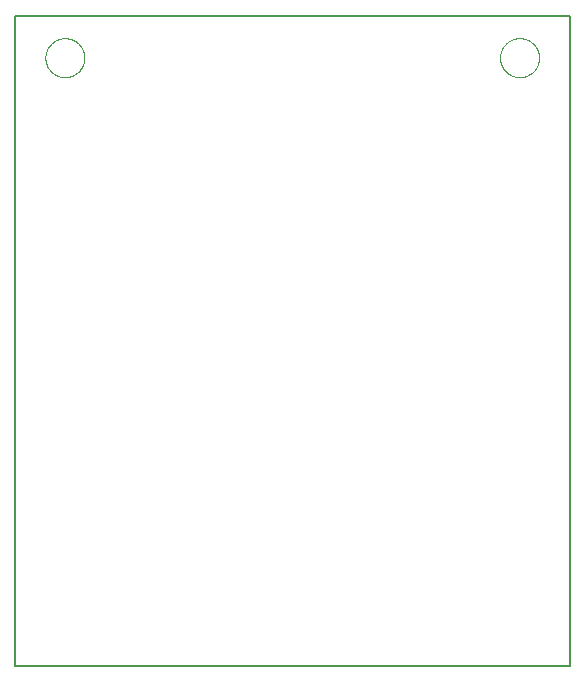
<source format=gko>
G75*
%MOIN*%
%OFA0B0*%
%FSLAX25Y25*%
%IPPOS*%
%LPD*%
%AMOC8*
5,1,8,0,0,1.08239X$1,22.5*
%
%ADD10C,0.00500*%
%ADD11C,0.00000*%
D10*
X0048285Y0052602D02*
X0048285Y0269137D01*
X0233324Y0269137D01*
X0233324Y0052602D01*
X0048285Y0052602D01*
D11*
X0058521Y0255358D02*
X0058523Y0255519D01*
X0058529Y0255679D01*
X0058539Y0255840D01*
X0058553Y0256000D01*
X0058571Y0256159D01*
X0058592Y0256319D01*
X0058618Y0256477D01*
X0058648Y0256635D01*
X0058681Y0256792D01*
X0058719Y0256949D01*
X0058760Y0257104D01*
X0058805Y0257258D01*
X0058854Y0257411D01*
X0058907Y0257563D01*
X0058963Y0257713D01*
X0059023Y0257862D01*
X0059087Y0258010D01*
X0059154Y0258156D01*
X0059225Y0258300D01*
X0059300Y0258442D01*
X0059378Y0258583D01*
X0059459Y0258721D01*
X0059544Y0258858D01*
X0059633Y0258992D01*
X0059724Y0259124D01*
X0059819Y0259254D01*
X0059917Y0259381D01*
X0060018Y0259506D01*
X0060122Y0259629D01*
X0060229Y0259748D01*
X0060339Y0259865D01*
X0060452Y0259980D01*
X0060568Y0260091D01*
X0060686Y0260200D01*
X0060807Y0260305D01*
X0060931Y0260408D01*
X0061057Y0260508D01*
X0061186Y0260604D01*
X0061317Y0260697D01*
X0061450Y0260787D01*
X0061585Y0260874D01*
X0061723Y0260957D01*
X0061862Y0261036D01*
X0062004Y0261113D01*
X0062147Y0261186D01*
X0062292Y0261255D01*
X0062439Y0261320D01*
X0062587Y0261382D01*
X0062737Y0261441D01*
X0062888Y0261495D01*
X0063040Y0261546D01*
X0063194Y0261593D01*
X0063349Y0261636D01*
X0063504Y0261675D01*
X0063661Y0261711D01*
X0063819Y0261743D01*
X0063977Y0261770D01*
X0064136Y0261794D01*
X0064295Y0261814D01*
X0064455Y0261830D01*
X0064616Y0261842D01*
X0064776Y0261850D01*
X0064937Y0261854D01*
X0065097Y0261854D01*
X0065258Y0261850D01*
X0065418Y0261842D01*
X0065579Y0261830D01*
X0065739Y0261814D01*
X0065898Y0261794D01*
X0066057Y0261770D01*
X0066215Y0261743D01*
X0066373Y0261711D01*
X0066530Y0261675D01*
X0066685Y0261636D01*
X0066840Y0261593D01*
X0066994Y0261546D01*
X0067146Y0261495D01*
X0067297Y0261441D01*
X0067447Y0261382D01*
X0067595Y0261320D01*
X0067742Y0261255D01*
X0067887Y0261186D01*
X0068030Y0261113D01*
X0068172Y0261036D01*
X0068311Y0260957D01*
X0068449Y0260874D01*
X0068584Y0260787D01*
X0068717Y0260697D01*
X0068848Y0260604D01*
X0068977Y0260508D01*
X0069103Y0260408D01*
X0069227Y0260305D01*
X0069348Y0260200D01*
X0069466Y0260091D01*
X0069582Y0259980D01*
X0069695Y0259865D01*
X0069805Y0259748D01*
X0069912Y0259629D01*
X0070016Y0259506D01*
X0070117Y0259381D01*
X0070215Y0259254D01*
X0070310Y0259124D01*
X0070401Y0258992D01*
X0070490Y0258858D01*
X0070575Y0258721D01*
X0070656Y0258583D01*
X0070734Y0258442D01*
X0070809Y0258300D01*
X0070880Y0258156D01*
X0070947Y0258010D01*
X0071011Y0257862D01*
X0071071Y0257713D01*
X0071127Y0257563D01*
X0071180Y0257411D01*
X0071229Y0257258D01*
X0071274Y0257104D01*
X0071315Y0256949D01*
X0071353Y0256792D01*
X0071386Y0256635D01*
X0071416Y0256477D01*
X0071442Y0256319D01*
X0071463Y0256159D01*
X0071481Y0256000D01*
X0071495Y0255840D01*
X0071505Y0255679D01*
X0071511Y0255519D01*
X0071513Y0255358D01*
X0071511Y0255197D01*
X0071505Y0255037D01*
X0071495Y0254876D01*
X0071481Y0254716D01*
X0071463Y0254557D01*
X0071442Y0254397D01*
X0071416Y0254239D01*
X0071386Y0254081D01*
X0071353Y0253924D01*
X0071315Y0253767D01*
X0071274Y0253612D01*
X0071229Y0253458D01*
X0071180Y0253305D01*
X0071127Y0253153D01*
X0071071Y0253003D01*
X0071011Y0252854D01*
X0070947Y0252706D01*
X0070880Y0252560D01*
X0070809Y0252416D01*
X0070734Y0252274D01*
X0070656Y0252133D01*
X0070575Y0251995D01*
X0070490Y0251858D01*
X0070401Y0251724D01*
X0070310Y0251592D01*
X0070215Y0251462D01*
X0070117Y0251335D01*
X0070016Y0251210D01*
X0069912Y0251087D01*
X0069805Y0250968D01*
X0069695Y0250851D01*
X0069582Y0250736D01*
X0069466Y0250625D01*
X0069348Y0250516D01*
X0069227Y0250411D01*
X0069103Y0250308D01*
X0068977Y0250208D01*
X0068848Y0250112D01*
X0068717Y0250019D01*
X0068584Y0249929D01*
X0068449Y0249842D01*
X0068311Y0249759D01*
X0068172Y0249680D01*
X0068030Y0249603D01*
X0067887Y0249530D01*
X0067742Y0249461D01*
X0067595Y0249396D01*
X0067447Y0249334D01*
X0067297Y0249275D01*
X0067146Y0249221D01*
X0066994Y0249170D01*
X0066840Y0249123D01*
X0066685Y0249080D01*
X0066530Y0249041D01*
X0066373Y0249005D01*
X0066215Y0248973D01*
X0066057Y0248946D01*
X0065898Y0248922D01*
X0065739Y0248902D01*
X0065579Y0248886D01*
X0065418Y0248874D01*
X0065258Y0248866D01*
X0065097Y0248862D01*
X0064937Y0248862D01*
X0064776Y0248866D01*
X0064616Y0248874D01*
X0064455Y0248886D01*
X0064295Y0248902D01*
X0064136Y0248922D01*
X0063977Y0248946D01*
X0063819Y0248973D01*
X0063661Y0249005D01*
X0063504Y0249041D01*
X0063349Y0249080D01*
X0063194Y0249123D01*
X0063040Y0249170D01*
X0062888Y0249221D01*
X0062737Y0249275D01*
X0062587Y0249334D01*
X0062439Y0249396D01*
X0062292Y0249461D01*
X0062147Y0249530D01*
X0062004Y0249603D01*
X0061862Y0249680D01*
X0061723Y0249759D01*
X0061585Y0249842D01*
X0061450Y0249929D01*
X0061317Y0250019D01*
X0061186Y0250112D01*
X0061057Y0250208D01*
X0060931Y0250308D01*
X0060807Y0250411D01*
X0060686Y0250516D01*
X0060568Y0250625D01*
X0060452Y0250736D01*
X0060339Y0250851D01*
X0060229Y0250968D01*
X0060122Y0251087D01*
X0060018Y0251210D01*
X0059917Y0251335D01*
X0059819Y0251462D01*
X0059724Y0251592D01*
X0059633Y0251724D01*
X0059544Y0251858D01*
X0059459Y0251995D01*
X0059378Y0252133D01*
X0059300Y0252274D01*
X0059225Y0252416D01*
X0059154Y0252560D01*
X0059087Y0252706D01*
X0059023Y0252854D01*
X0058963Y0253003D01*
X0058907Y0253153D01*
X0058854Y0253305D01*
X0058805Y0253458D01*
X0058760Y0253612D01*
X0058719Y0253767D01*
X0058681Y0253924D01*
X0058648Y0254081D01*
X0058618Y0254239D01*
X0058592Y0254397D01*
X0058571Y0254557D01*
X0058553Y0254716D01*
X0058539Y0254876D01*
X0058529Y0255037D01*
X0058523Y0255197D01*
X0058521Y0255358D01*
X0210096Y0255358D02*
X0210098Y0255519D01*
X0210104Y0255679D01*
X0210114Y0255840D01*
X0210128Y0256000D01*
X0210146Y0256159D01*
X0210167Y0256319D01*
X0210193Y0256477D01*
X0210223Y0256635D01*
X0210256Y0256792D01*
X0210294Y0256949D01*
X0210335Y0257104D01*
X0210380Y0257258D01*
X0210429Y0257411D01*
X0210482Y0257563D01*
X0210538Y0257713D01*
X0210598Y0257862D01*
X0210662Y0258010D01*
X0210729Y0258156D01*
X0210800Y0258300D01*
X0210875Y0258442D01*
X0210953Y0258583D01*
X0211034Y0258721D01*
X0211119Y0258858D01*
X0211208Y0258992D01*
X0211299Y0259124D01*
X0211394Y0259254D01*
X0211492Y0259381D01*
X0211593Y0259506D01*
X0211697Y0259629D01*
X0211804Y0259748D01*
X0211914Y0259865D01*
X0212027Y0259980D01*
X0212143Y0260091D01*
X0212261Y0260200D01*
X0212382Y0260305D01*
X0212506Y0260408D01*
X0212632Y0260508D01*
X0212761Y0260604D01*
X0212892Y0260697D01*
X0213025Y0260787D01*
X0213160Y0260874D01*
X0213298Y0260957D01*
X0213437Y0261036D01*
X0213579Y0261113D01*
X0213722Y0261186D01*
X0213867Y0261255D01*
X0214014Y0261320D01*
X0214162Y0261382D01*
X0214312Y0261441D01*
X0214463Y0261495D01*
X0214615Y0261546D01*
X0214769Y0261593D01*
X0214924Y0261636D01*
X0215079Y0261675D01*
X0215236Y0261711D01*
X0215394Y0261743D01*
X0215552Y0261770D01*
X0215711Y0261794D01*
X0215870Y0261814D01*
X0216030Y0261830D01*
X0216191Y0261842D01*
X0216351Y0261850D01*
X0216512Y0261854D01*
X0216672Y0261854D01*
X0216833Y0261850D01*
X0216993Y0261842D01*
X0217154Y0261830D01*
X0217314Y0261814D01*
X0217473Y0261794D01*
X0217632Y0261770D01*
X0217790Y0261743D01*
X0217948Y0261711D01*
X0218105Y0261675D01*
X0218260Y0261636D01*
X0218415Y0261593D01*
X0218569Y0261546D01*
X0218721Y0261495D01*
X0218872Y0261441D01*
X0219022Y0261382D01*
X0219170Y0261320D01*
X0219317Y0261255D01*
X0219462Y0261186D01*
X0219605Y0261113D01*
X0219747Y0261036D01*
X0219886Y0260957D01*
X0220024Y0260874D01*
X0220159Y0260787D01*
X0220292Y0260697D01*
X0220423Y0260604D01*
X0220552Y0260508D01*
X0220678Y0260408D01*
X0220802Y0260305D01*
X0220923Y0260200D01*
X0221041Y0260091D01*
X0221157Y0259980D01*
X0221270Y0259865D01*
X0221380Y0259748D01*
X0221487Y0259629D01*
X0221591Y0259506D01*
X0221692Y0259381D01*
X0221790Y0259254D01*
X0221885Y0259124D01*
X0221976Y0258992D01*
X0222065Y0258858D01*
X0222150Y0258721D01*
X0222231Y0258583D01*
X0222309Y0258442D01*
X0222384Y0258300D01*
X0222455Y0258156D01*
X0222522Y0258010D01*
X0222586Y0257862D01*
X0222646Y0257713D01*
X0222702Y0257563D01*
X0222755Y0257411D01*
X0222804Y0257258D01*
X0222849Y0257104D01*
X0222890Y0256949D01*
X0222928Y0256792D01*
X0222961Y0256635D01*
X0222991Y0256477D01*
X0223017Y0256319D01*
X0223038Y0256159D01*
X0223056Y0256000D01*
X0223070Y0255840D01*
X0223080Y0255679D01*
X0223086Y0255519D01*
X0223088Y0255358D01*
X0223086Y0255197D01*
X0223080Y0255037D01*
X0223070Y0254876D01*
X0223056Y0254716D01*
X0223038Y0254557D01*
X0223017Y0254397D01*
X0222991Y0254239D01*
X0222961Y0254081D01*
X0222928Y0253924D01*
X0222890Y0253767D01*
X0222849Y0253612D01*
X0222804Y0253458D01*
X0222755Y0253305D01*
X0222702Y0253153D01*
X0222646Y0253003D01*
X0222586Y0252854D01*
X0222522Y0252706D01*
X0222455Y0252560D01*
X0222384Y0252416D01*
X0222309Y0252274D01*
X0222231Y0252133D01*
X0222150Y0251995D01*
X0222065Y0251858D01*
X0221976Y0251724D01*
X0221885Y0251592D01*
X0221790Y0251462D01*
X0221692Y0251335D01*
X0221591Y0251210D01*
X0221487Y0251087D01*
X0221380Y0250968D01*
X0221270Y0250851D01*
X0221157Y0250736D01*
X0221041Y0250625D01*
X0220923Y0250516D01*
X0220802Y0250411D01*
X0220678Y0250308D01*
X0220552Y0250208D01*
X0220423Y0250112D01*
X0220292Y0250019D01*
X0220159Y0249929D01*
X0220024Y0249842D01*
X0219886Y0249759D01*
X0219747Y0249680D01*
X0219605Y0249603D01*
X0219462Y0249530D01*
X0219317Y0249461D01*
X0219170Y0249396D01*
X0219022Y0249334D01*
X0218872Y0249275D01*
X0218721Y0249221D01*
X0218569Y0249170D01*
X0218415Y0249123D01*
X0218260Y0249080D01*
X0218105Y0249041D01*
X0217948Y0249005D01*
X0217790Y0248973D01*
X0217632Y0248946D01*
X0217473Y0248922D01*
X0217314Y0248902D01*
X0217154Y0248886D01*
X0216993Y0248874D01*
X0216833Y0248866D01*
X0216672Y0248862D01*
X0216512Y0248862D01*
X0216351Y0248866D01*
X0216191Y0248874D01*
X0216030Y0248886D01*
X0215870Y0248902D01*
X0215711Y0248922D01*
X0215552Y0248946D01*
X0215394Y0248973D01*
X0215236Y0249005D01*
X0215079Y0249041D01*
X0214924Y0249080D01*
X0214769Y0249123D01*
X0214615Y0249170D01*
X0214463Y0249221D01*
X0214312Y0249275D01*
X0214162Y0249334D01*
X0214014Y0249396D01*
X0213867Y0249461D01*
X0213722Y0249530D01*
X0213579Y0249603D01*
X0213437Y0249680D01*
X0213298Y0249759D01*
X0213160Y0249842D01*
X0213025Y0249929D01*
X0212892Y0250019D01*
X0212761Y0250112D01*
X0212632Y0250208D01*
X0212506Y0250308D01*
X0212382Y0250411D01*
X0212261Y0250516D01*
X0212143Y0250625D01*
X0212027Y0250736D01*
X0211914Y0250851D01*
X0211804Y0250968D01*
X0211697Y0251087D01*
X0211593Y0251210D01*
X0211492Y0251335D01*
X0211394Y0251462D01*
X0211299Y0251592D01*
X0211208Y0251724D01*
X0211119Y0251858D01*
X0211034Y0251995D01*
X0210953Y0252133D01*
X0210875Y0252274D01*
X0210800Y0252416D01*
X0210729Y0252560D01*
X0210662Y0252706D01*
X0210598Y0252854D01*
X0210538Y0253003D01*
X0210482Y0253153D01*
X0210429Y0253305D01*
X0210380Y0253458D01*
X0210335Y0253612D01*
X0210294Y0253767D01*
X0210256Y0253924D01*
X0210223Y0254081D01*
X0210193Y0254239D01*
X0210167Y0254397D01*
X0210146Y0254557D01*
X0210128Y0254716D01*
X0210114Y0254876D01*
X0210104Y0255037D01*
X0210098Y0255197D01*
X0210096Y0255358D01*
M02*

</source>
